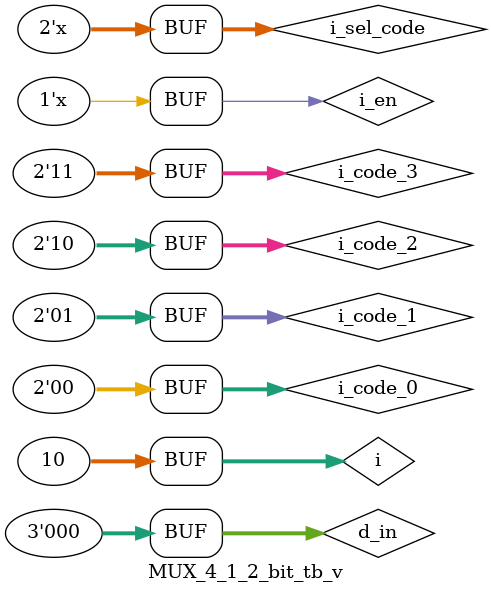
<source format=v>

`timescale 1ms/1ms


  
module MUX_4_1_2_bit_tb_v;
  
  reg        i_en;
  reg  [1:0] i_code_0;
  reg  [1:0] i_code_1;
  reg  [1:0] i_code_2;
  reg  [1:0] i_code_3;
  
  reg  [1:0] i_sel_code;
  wire [1:0] o_code;
  
  
  reg [2:0] d_in = 1'b0;
  integer i;
  
  // duv port map options:
  MUX_4_1_2_bit_v duv (.i_en(i_en), 
                                 .i_code_0(i_code_0),
                                 .i_code_1(i_code_1),
                                 .i_code_2(i_code_2),
                                 .i_code_3(i_code_3),
                                 .i_sel_code(i_sel_code),
                                 .o_code(o_code));
  // MUX_4_1_2_bit_v__cmpnt duv (.i_en(i_en), .i_code(i_code), .i_sel_code(i_sel_code), .o_f(o_f));
  
  //procedure statement
  initial begin
      
      for (i = 0 ; i < 10 ; i = i + 1) begin

        #1000 i_sel_code[0] = d_in[0];
              i_sel_code[1] = d_in[1];
              i_en          = d_in[2];
              
              i_code_0 = 2'b00;
              i_code_1 = 2'b01;
              i_code_2 = 2'b10;
              i_code_3 = 2'b11;
        

        // i_sel_code[0] = d_in[1]; o_code = d_in[2]; i_d = d_in[3]; o_codes = d_in[4]; i_n_cs_0 = d_in[5]; ;
        d_in = d_in + 1;
      end
          
    end

endmodule












</source>
